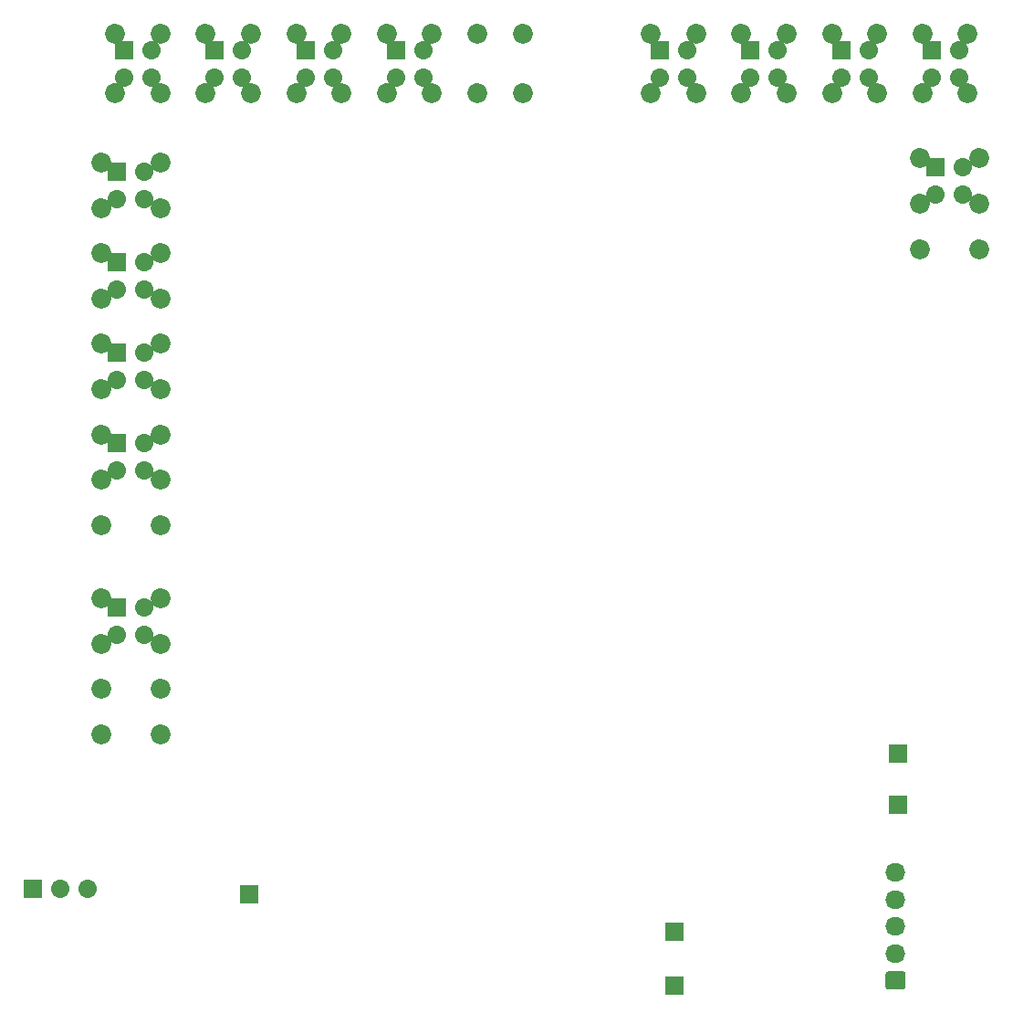
<source format=gts>
G04 #@! TF.GenerationSoftware,KiCad,Pcbnew,7.0.9*
G04 #@! TF.CreationDate,2024-02-13T05:55:41+03:00*
G04 #@! TF.ProjectId,hellen1-uaefi,68656c6c-656e-4312-9d75-616566692e6b,rev?*
G04 #@! TF.SameCoordinates,PX55d4a80PY8f0d180*
G04 #@! TF.FileFunction,Soldermask,Top*
G04 #@! TF.FilePolarity,Negative*
%FSLAX46Y46*%
G04 Gerber Fmt 4.6, Leading zero omitted, Abs format (unit mm)*
G04 Created by KiCad (PCBNEW 7.0.9) date 2024-02-13 05:55:41*
%MOMM*%
%LPD*%
G01*
G04 APERTURE LIST*
%ADD10C,1.850000*%
%ADD11C,1.700000*%
%ADD12C,1.800000*%
%ADD13O,1.850000X1.700000*%
%ADD14R,1.700000X1.700000*%
%ADD15O,1.700000X1.700000*%
G04 APERTURE END LIST*
D10*
G04 #@! TO.C,P809*
X9300126Y38400000D03*
G04 #@! TD*
G04 #@! TO.C,M801*
X9300126Y25800000D03*
X9300126Y30000000D03*
X9300126Y34200000D03*
D11*
X10800126Y35050000D03*
D10*
X9300126Y38400000D03*
D11*
X10800126Y37590000D03*
D10*
X14800126Y25800000D03*
X14800126Y30000000D03*
D11*
X13340126Y35050000D03*
D10*
X14800126Y34200000D03*
D11*
X13340126Y37590000D03*
D10*
X14800126Y38400000D03*
X9300126Y45200000D03*
X9300126Y49400000D03*
D11*
X10800126Y50250000D03*
D10*
X9300126Y53600000D03*
D11*
X10800126Y52790000D03*
D10*
X9300126Y57800000D03*
D11*
X10800126Y58650000D03*
D10*
X9300126Y62000000D03*
D11*
X10800126Y61190000D03*
D10*
X9300126Y66200000D03*
D11*
X10800126Y67050000D03*
D10*
X9300126Y70400000D03*
D11*
X10800126Y69590000D03*
D10*
X9300126Y74600000D03*
D11*
X10800126Y75450000D03*
D10*
X9300126Y78800000D03*
D11*
X10800126Y77990000D03*
D10*
X14800126Y45200000D03*
D11*
X13340126Y50250000D03*
D10*
X14800126Y49400000D03*
D11*
X13340126Y52790000D03*
D10*
X14800126Y53600000D03*
D11*
X13340126Y58650000D03*
D10*
X14800126Y57800000D03*
D11*
X13340126Y61190000D03*
D10*
X14800126Y62000000D03*
D11*
X13340126Y67050000D03*
D10*
X14800126Y66200000D03*
D11*
X13340126Y69590000D03*
D10*
X14800126Y70400000D03*
D11*
X13340126Y75450000D03*
D10*
X14800126Y74600000D03*
D11*
X13340126Y77990000D03*
D10*
X14800126Y78800000D03*
X10625126Y90725000D03*
D11*
X11475126Y89225000D03*
X14015126Y89225000D03*
D10*
X14825126Y90725000D03*
X19025126Y90725000D03*
D11*
X19875126Y89225000D03*
X22415126Y89225000D03*
D10*
X23225126Y90725000D03*
X27425126Y90725000D03*
D11*
X28275126Y89225000D03*
X30815126Y89225000D03*
D10*
X31625126Y90725000D03*
X35825126Y90725000D03*
D11*
X36675126Y89225000D03*
X39215126Y89225000D03*
D10*
X40025126Y90725000D03*
X44225126Y90725000D03*
X48425126Y90725000D03*
X10625126Y85225000D03*
D11*
X11475126Y86685000D03*
X14015126Y86685000D03*
D10*
X14825126Y85225000D03*
X19025126Y85225000D03*
D11*
X19875126Y86685000D03*
X22415126Y86685000D03*
D10*
X23225126Y85225000D03*
X27425126Y85225000D03*
D11*
X28275126Y86685000D03*
X30815126Y86685000D03*
D10*
X31625126Y85225000D03*
X35825126Y85225000D03*
D11*
X36675126Y86685000D03*
X39215126Y86685000D03*
D12*
X40025126Y85225000D03*
D10*
X44225126Y85225000D03*
X48425126Y85225000D03*
X60325126Y90725000D03*
D11*
X61175126Y89225000D03*
X63715126Y89225000D03*
D10*
X64525126Y90725000D03*
X68725126Y90725000D03*
D11*
X69575126Y89225000D03*
X72115126Y89225000D03*
D10*
X72925126Y90725000D03*
X77125126Y90725000D03*
D11*
X77975126Y89225000D03*
X80515126Y89225000D03*
D10*
X81325126Y90725000D03*
X85525126Y90725000D03*
D11*
X86375126Y89225000D03*
X88915126Y89225000D03*
D10*
X89725126Y90725000D03*
X60325126Y85225000D03*
D11*
X61175126Y86685000D03*
X63715126Y86685000D03*
D10*
X64525126Y85225000D03*
X68725126Y85225000D03*
D11*
X69575126Y86685000D03*
X72115126Y86685000D03*
D10*
X72925126Y85225000D03*
X77125126Y85225000D03*
D11*
X77975126Y86685000D03*
X80515126Y86685000D03*
D10*
X81325126Y85225000D03*
X85525126Y85225000D03*
D11*
X86375126Y86685000D03*
X88915126Y86685000D03*
D10*
X89725126Y85225000D03*
D11*
X89290126Y78390000D03*
D10*
X90750126Y79200000D03*
D11*
X89290126Y75850000D03*
D10*
X90750126Y75000000D03*
X90750126Y70800000D03*
X85250126Y79200000D03*
D11*
X86750126Y78390000D03*
D10*
X85250126Y75000000D03*
D11*
X86750126Y75850000D03*
D10*
X85250126Y70800000D03*
G36*
G01*
X83700126Y2150000D02*
X82350126Y2150000D01*
G75*
G02*
X82100126Y2400000I0J250000D01*
G01*
X82100126Y3600000D01*
G75*
G02*
X82350126Y3850000I250000J0D01*
G01*
X83700126Y3850000D01*
G75*
G02*
X83950126Y3600000I0J-250000D01*
G01*
X83950126Y2400000D01*
G75*
G02*
X83700126Y2150000I-250000J0D01*
G01*
G37*
D13*
X83025126Y5500000D03*
X83025126Y8000000D03*
X83025126Y10500000D03*
X83025126Y13000000D03*
D11*
X62525126Y2500000D03*
X62525126Y7500000D03*
X83225126Y24000000D03*
X83225126Y19300000D03*
X5565126Y11500000D03*
X8105126Y11500000D03*
X3025126Y11500000D03*
X23025126Y11000000D03*
G04 #@! TD*
D14*
G04 #@! TO.C,J805*
X69575126Y89225000D03*
D15*
X72115126Y89225000D03*
X69575126Y86685000D03*
X72115126Y86685000D03*
G04 #@! TD*
D10*
G04 #@! TO.C,P825*
X14800126Y53600000D03*
G04 #@! TD*
G04 #@! TO.C,P859*
X89725126Y90725000D03*
G04 #@! TD*
G04 #@! TO.C,P824*
X14800126Y49400000D03*
G04 #@! TD*
G04 #@! TO.C,P834*
X19025126Y90725000D03*
G04 #@! TD*
G04 #@! TO.C,P819*
X9300126Y66200000D03*
G04 #@! TD*
G04 #@! TO.C,P852*
X60325126Y90725000D03*
G04 #@! TD*
G04 #@! TO.C,P867*
X89725126Y85225000D03*
G04 #@! TD*
G04 #@! TO.C,P818*
X9300126Y62000000D03*
G04 #@! TD*
G04 #@! TO.C,P817*
X9300126Y57800000D03*
G04 #@! TD*
G04 #@! TO.C,P841*
X48425126Y90725000D03*
G04 #@! TD*
G04 #@! TO.C,P872*
X85250126Y75000000D03*
G04 #@! TD*
G04 #@! TO.C,P857*
X81325126Y90725000D03*
G04 #@! TD*
G04 #@! TO.C,P840*
X44225126Y90725000D03*
G04 #@! TD*
G04 #@! TO.C,P837*
X31625126Y90725000D03*
G04 #@! TD*
G04 #@! TO.C,P822*
X9300126Y78800000D03*
G04 #@! TD*
G04 #@! TO.C,P870*
X90750126Y70800000D03*
G04 #@! TD*
D14*
G04 #@! TO.C,P802*
X83225126Y19300000D03*
G04 #@! TD*
G04 #@! TO.C,J815*
X36675126Y89225000D03*
D15*
X39215126Y89225000D03*
X36675126Y86685000D03*
X39215126Y86685000D03*
G04 #@! TD*
D10*
G04 #@! TO.C,P865*
X81325126Y85225000D03*
G04 #@! TD*
G04 #@! TO.C,P835*
X23225126Y90725000D03*
G04 #@! TD*
D14*
G04 #@! TO.C,P801*
X83225126Y24000000D03*
G04 #@! TD*
D10*
G04 #@! TO.C,P816*
X9300126Y53600000D03*
G04 #@! TD*
G04 #@! TO.C,P838*
X35825126Y90725000D03*
G04 #@! TD*
G04 #@! TO.C,P848*
X35825126Y85225000D03*
G04 #@! TD*
G04 #@! TO.C,P866*
X85525126Y85225000D03*
G04 #@! TD*
G04 #@! TO.C,P813*
X14800126Y38400000D03*
G04 #@! TD*
D14*
G04 #@! TO.C,J806*
X10800126Y77990000D03*
D15*
X13340126Y77990000D03*
X10800126Y75450000D03*
X13340126Y75450000D03*
G04 #@! TD*
D10*
G04 #@! TO.C,P830*
X14800126Y74600000D03*
G04 #@! TD*
G04 #@! TO.C,P853*
X64525126Y90725000D03*
G04 #@! TD*
G04 #@! TO.C,P854*
X68725126Y90725000D03*
G04 #@! TD*
D14*
G04 #@! TO.C,J816*
X10800126Y52790000D03*
D15*
X13340126Y52790000D03*
X10800126Y50250000D03*
X13340126Y50250000D03*
G04 #@! TD*
G04 #@! TO.C,J801*
G36*
G01*
X83700126Y2150000D02*
X82350126Y2150000D01*
G75*
G02*
X82100126Y2400000I0J250000D01*
G01*
X82100126Y3600000D01*
G75*
G02*
X82350126Y3850000I250000J0D01*
G01*
X83700126Y3850000D01*
G75*
G02*
X83950126Y3600000I0J-250000D01*
G01*
X83950126Y2400000D01*
G75*
G02*
X83700126Y2150000I-250000J0D01*
G01*
G37*
D13*
X83025126Y5500000D03*
X83025126Y8000000D03*
X83025126Y10500000D03*
X83025126Y13000000D03*
G04 #@! TD*
D14*
G04 #@! TO.C,J809*
X10800126Y69590000D03*
D15*
X13340126Y69590000D03*
X10800126Y67050000D03*
X13340126Y67050000D03*
G04 #@! TD*
D10*
G04 #@! TO.C,P861*
X64525126Y85225000D03*
G04 #@! TD*
G04 #@! TO.C,P864*
X77125126Y85225000D03*
G04 #@! TD*
G04 #@! TO.C,P855*
X72925126Y90725000D03*
G04 #@! TD*
G04 #@! TO.C,P811*
X14800126Y30000000D03*
G04 #@! TD*
G04 #@! TO.C,P849*
X40025126Y85225000D03*
G04 #@! TD*
G04 #@! TO.C,P828*
X14800126Y66200000D03*
G04 #@! TD*
G04 #@! TO.C,P860*
X60325126Y85225000D03*
G04 #@! TD*
D14*
G04 #@! TO.C,J814*
X86375126Y89225000D03*
D15*
X88915126Y89225000D03*
X86375126Y86685000D03*
X88915126Y86685000D03*
G04 #@! TD*
D10*
G04 #@! TO.C,P807*
X9300126Y30000000D03*
G04 #@! TD*
G04 #@! TO.C,P832*
X10625126Y90725000D03*
G04 #@! TD*
D14*
G04 #@! TO.C,J812*
X86750126Y78390000D03*
D15*
X89290126Y78390000D03*
X86750126Y75850000D03*
X89290126Y75850000D03*
G04 #@! TD*
D10*
G04 #@! TO.C,P871*
X85250126Y79200000D03*
G04 #@! TD*
G04 #@! TO.C,P863*
X72925126Y85225000D03*
G04 #@! TD*
G04 #@! TO.C,P820*
X9300126Y70400000D03*
G04 #@! TD*
G04 #@! TO.C,P844*
X19025126Y85225000D03*
G04 #@! TD*
D14*
G04 #@! TO.C,J804*
X61175126Y89225000D03*
D15*
X63715126Y89225000D03*
X61175126Y86685000D03*
X63715126Y86685000D03*
G04 #@! TD*
D14*
G04 #@! TO.C,P804*
X62525126Y7500000D03*
G04 #@! TD*
G04 #@! TO.C,J803*
X10800126Y37590000D03*
D15*
X13340126Y37590000D03*
X10800126Y35050000D03*
X13340126Y35050000D03*
G04 #@! TD*
D10*
G04 #@! TO.C,P847*
X31625126Y85225000D03*
G04 #@! TD*
G04 #@! TO.C,P808*
X9300126Y34200000D03*
G04 #@! TD*
D14*
G04 #@! TO.C,J802*
X3025126Y11500000D03*
D15*
X5565126Y11500000D03*
X8105126Y11500000D03*
G04 #@! TD*
D14*
G04 #@! TO.C,J807*
X11475126Y89225000D03*
D15*
X14015126Y89225000D03*
X11475126Y86685000D03*
X14015126Y86685000D03*
G04 #@! TD*
D10*
G04 #@! TO.C,P831*
X14800126Y78800000D03*
G04 #@! TD*
G04 #@! TO.C,P814*
X9300126Y45200000D03*
G04 #@! TD*
G04 #@! TO.C,P858*
X85525126Y90725000D03*
G04 #@! TD*
G04 #@! TO.C,P869*
X90750126Y75000000D03*
G04 #@! TD*
D14*
G04 #@! TO.C,P805*
X23025126Y11000000D03*
G04 #@! TD*
D10*
G04 #@! TO.C,P846*
X27425126Y85225000D03*
G04 #@! TD*
G04 #@! TO.C,P868*
X90750126Y79200000D03*
G04 #@! TD*
G04 #@! TO.C,P812*
X14800126Y34200000D03*
G04 #@! TD*
G04 #@! TO.C,P839*
X40025126Y90725000D03*
G04 #@! TD*
G04 #@! TO.C,P850*
X44225126Y85225000D03*
G04 #@! TD*
D14*
G04 #@! TO.C,J811*
X28275126Y89225000D03*
D15*
X30815126Y89225000D03*
X28275126Y86685000D03*
X30815126Y86685000D03*
G04 #@! TD*
D14*
G04 #@! TO.C,J810*
X77975126Y89225000D03*
D15*
X80515126Y89225000D03*
X77975126Y86685000D03*
X80515126Y86685000D03*
G04 #@! TD*
D14*
G04 #@! TO.C,J808*
X19875126Y89225000D03*
D15*
X22415126Y89225000D03*
X19875126Y86685000D03*
X22415126Y86685000D03*
G04 #@! TD*
D10*
G04 #@! TO.C,P827*
X14800126Y62000000D03*
G04 #@! TD*
G04 #@! TO.C,P833*
X14825126Y90725000D03*
G04 #@! TD*
G04 #@! TO.C,P821*
X9300126Y74600000D03*
G04 #@! TD*
G04 #@! TO.C,P806*
X9300126Y25800000D03*
G04 #@! TD*
D14*
G04 #@! TO.C,J813*
X10800126Y61190000D03*
D15*
X13340126Y61190000D03*
X10800126Y58650000D03*
X13340126Y58650000D03*
G04 #@! TD*
D10*
G04 #@! TO.C,P842*
X10625126Y85225000D03*
G04 #@! TD*
G04 #@! TO.C,P851*
X48425126Y85225000D03*
G04 #@! TD*
G04 #@! TO.C,P856*
X77125126Y90725000D03*
G04 #@! TD*
D14*
G04 #@! TO.C,P803*
X62525126Y2500000D03*
G04 #@! TD*
D10*
G04 #@! TO.C,P845*
X23225126Y85225000D03*
G04 #@! TD*
G04 #@! TO.C,P836*
X27425126Y90725000D03*
G04 #@! TD*
G04 #@! TO.C,P843*
X14825126Y85225000D03*
G04 #@! TD*
G04 #@! TO.C,P826*
X14800126Y57800000D03*
G04 #@! TD*
G04 #@! TO.C,P810*
X14800126Y25800000D03*
G04 #@! TD*
G04 #@! TO.C,P873*
X85250126Y70800000D03*
G04 #@! TD*
G04 #@! TO.C,P829*
X14800126Y70400000D03*
G04 #@! TD*
G04 #@! TO.C,P815*
X9300126Y49400000D03*
G04 #@! TD*
G04 #@! TO.C,P862*
X68725126Y85225000D03*
G04 #@! TD*
G04 #@! TO.C,P823*
X14800126Y45200000D03*
G04 #@! TD*
M02*

</source>
